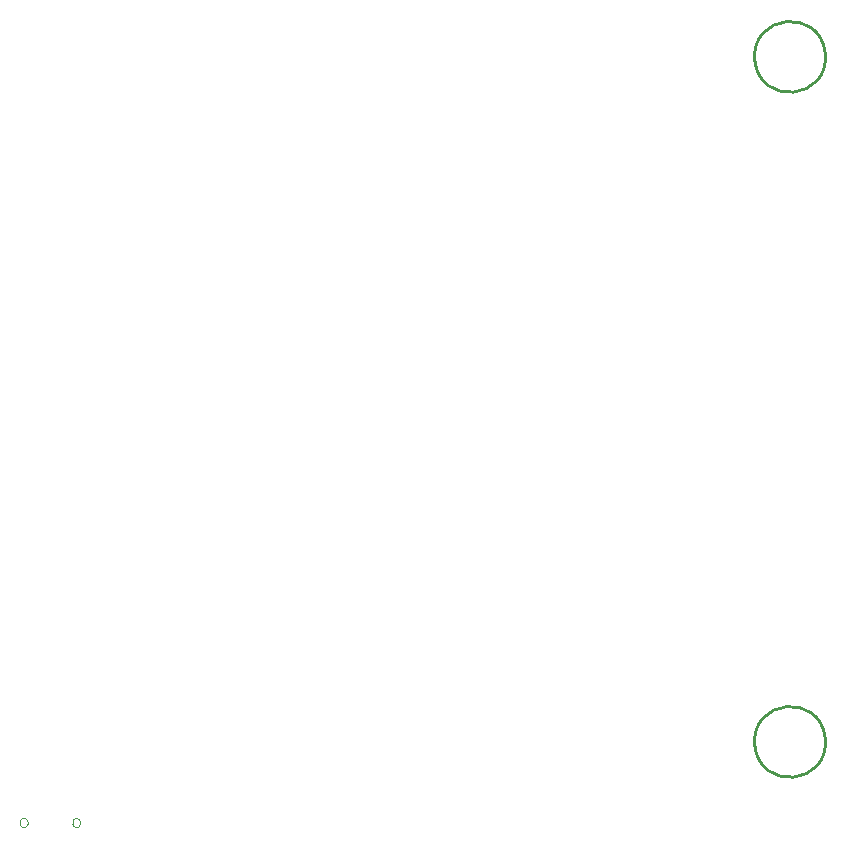
<source format=gbr>
%TF.GenerationSoftware,Altium Limited,Altium Designer,23.1.1 (15)*%
G04 Layer_Color=16711935*
%FSLAX45Y45*%
%MOMM*%
%TF.SameCoordinates,8C37DE4A-61E0-4A85-99FC-D0A1A2E6B02F*%
%TF.FilePolarity,Positive*%
%TF.FileFunction,Other,Mechanical_1*%
%TF.Part,Single*%
G01*
G75*
%TA.AperFunction,NonConductor*%
%ADD138C,0.25400*%
%ADD249C,0.00100*%
D138*
X7483091Y6909568D02*
G03*
X7483127Y6909206I-298539J-29568D01*
G01*
X7483091Y1109568D02*
G03*
X7483127Y1109206I-298539J-29568D01*
G01*
D249*
X1143880Y432880D02*
G03*
X1111380Y400380I0J-32500D01*
G01*
X1143880Y352880D02*
G03*
X1176380Y385380I0J32500D01*
G01*
X1111330Y385430D02*
G03*
X1143880Y352880I32550J0D01*
G01*
X1176430Y400330D02*
G03*
X1143880Y432880I-32550J0D01*
G01*
X698880D02*
G03*
X666380Y400380I0J-32500D01*
G01*
X698880Y352880D02*
G03*
X731380Y385380I0J32500D01*
G01*
X666330Y385430D02*
G03*
X698880Y352880I32550J0D01*
G01*
X731430Y400330D02*
G03*
X698880Y432880I-32550J0D01*
G01*
X1111380Y392880D02*
Y400380D01*
X1176380Y385380D02*
Y392880D01*
X1111330Y385430D02*
Y392880D01*
X1176430D02*
Y400330D01*
X666380Y392880D02*
Y400380D01*
X731380Y385380D02*
Y392880D01*
X666330Y385430D02*
Y392880D01*
X731430D02*
Y400330D01*
%TF.MD5,86d2e179e922f942b07ef9bde94b428c*%
M02*

</source>
